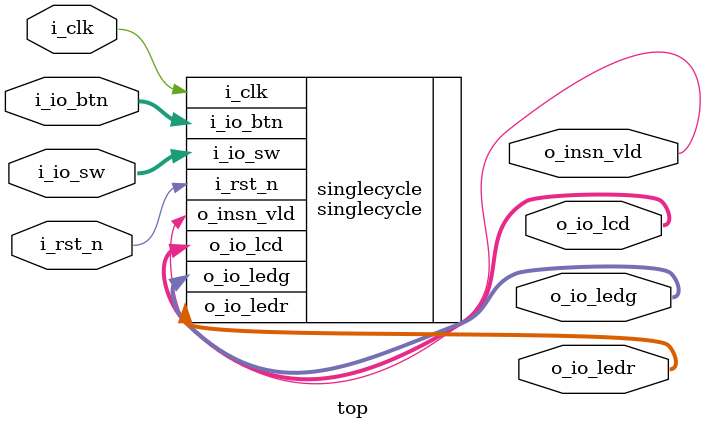
<source format=sv>
/* verilator lint_off NULLPORT */
/* verilator lint_off UNUSED */
module top(
    input logic i_clk,
    input logic i_rst_n,
    input logic [31:0] i_io_sw,
    input logic [3:0] i_io_btn,

    output logic o_insn_vld,
    output logic [31:0] o_io_lcd,
    output logic [31:0] o_io_ledg,
    output logic [31:0] o_io_ledr,
);

singlecycle singlecycle(
    .i_clk(i_clk),
    .i_rst_n(i_rst_n),
    .i_io_sw(i_io_sw),
    .i_io_btn(i_io_btn),
    .o_insn_vld(o_insn_vld),
    .o_io_lcd(o_io_lcd),
    .o_io_ledg(o_io_ledg),
    .o_io_ledr(o_io_ledr)
);

endmodule

</source>
